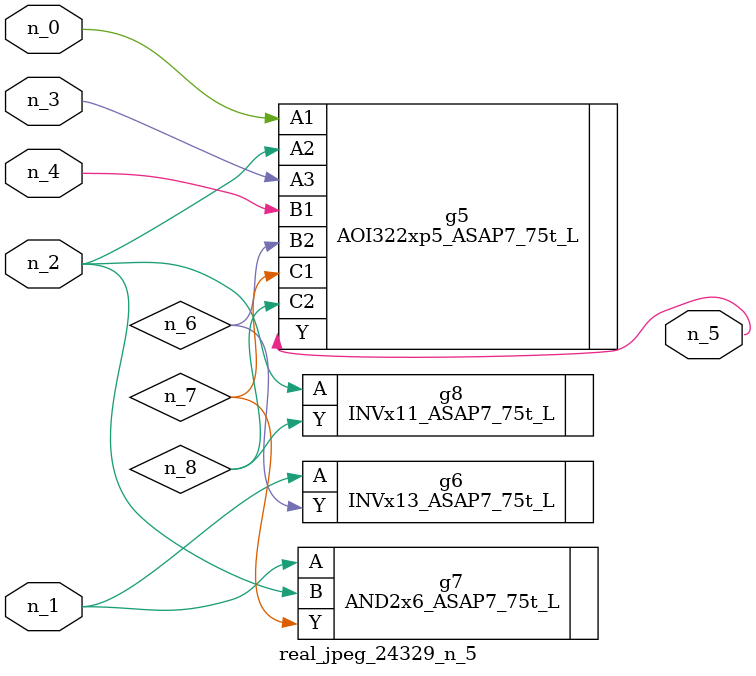
<source format=v>
module real_jpeg_24329_n_5 (n_4, n_0, n_1, n_2, n_3, n_5);

input n_4;
input n_0;
input n_1;
input n_2;
input n_3;

output n_5;

wire n_8;
wire n_6;
wire n_7;

AOI322xp5_ASAP7_75t_L g5 ( 
.A1(n_0),
.A2(n_2),
.A3(n_3),
.B1(n_4),
.B2(n_6),
.C1(n_7),
.C2(n_8),
.Y(n_5)
);

INVx13_ASAP7_75t_L g6 ( 
.A(n_1),
.Y(n_6)
);

AND2x6_ASAP7_75t_L g7 ( 
.A(n_1),
.B(n_2),
.Y(n_7)
);

INVx11_ASAP7_75t_L g8 ( 
.A(n_2),
.Y(n_8)
);


endmodule
</source>
